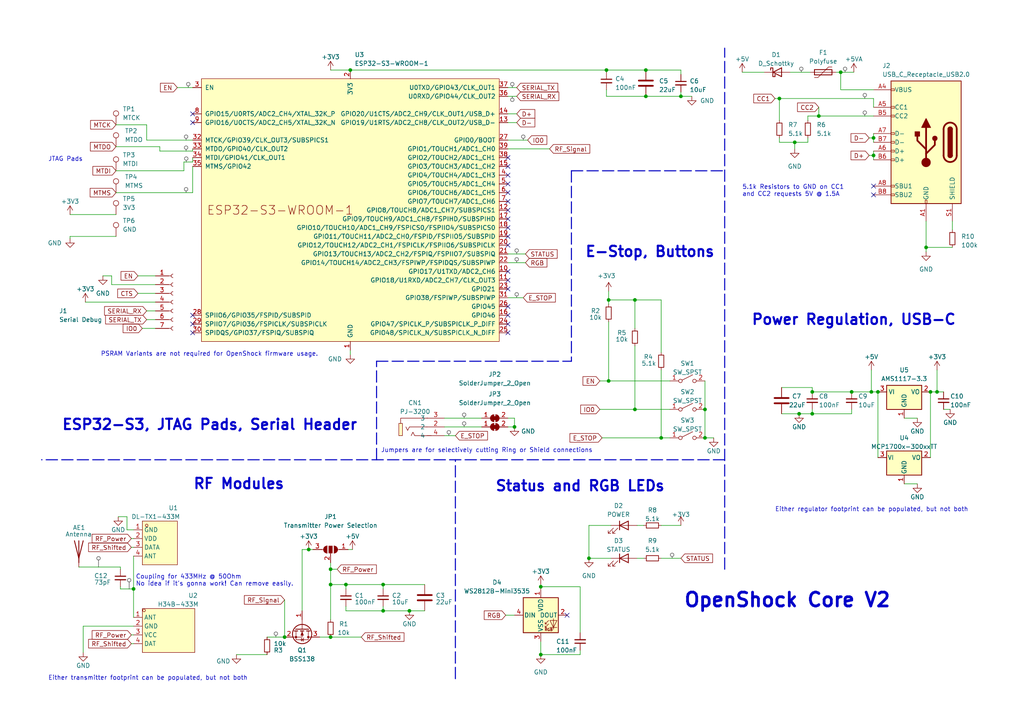
<source format=kicad_sch>
(kicad_sch (version 20230121) (generator eeschema)
  (paper "A4")
  (lib_symbols
    (symbol "Connector:Conn_01x07_Socket" (pin_names (offset 1.016) hide)
      (property "Reference" "J" (at 0 10.16 0))
      (property "Value" "Conn_01x07_Socket" (at 0 -10.16 0))
      (symbol "Conn_01x07_Socket_1_1"
        (pin passive line (at -5.08 7.62 0) (length 3.81) (name "Pin_1") (number "1"))
        (pin passive line (at -5.08 5.08 0) (length 3.81) (name "Pin_2") (number "2"))
        (pin passive line (at -5.08 2.54 0) (length 3.81) (name "Pin_3") (number "3"))
        (pin passive line (at -5.08 0 0) (length 3.81) (name "Pin_4") (number "4"))
        (pin passive line (at -5.08 -2.54 0) (length 3.81) (name "Pin_5") (number "5"))
        (pin passive line (at -5.08 -5.08 0) (length 3.81) (name "Pin_6") (number "6"))
        (pin passive line (at -5.08 -7.62 0) (length 3.81) (name "Pin_7") (number "7"))
      )
    )
    (symbol "Connector:TestPoint" (pin_numbers hide) (pin_names (offset 0.762) hide)
      (property "Reference" "TP" (at 0 6.858 0))
      (property "Value" "TestPoint" (at 0 5.08 0))
      (symbol "TestPoint_1_1"
        (pin passive line (at 0 0 90) (length 2.54) (name "1") (number "1"))
      )
    )
    (symbol "Connector:USB_C_Receptacle_USB2.0" (pin_names (offset 1.016))
      (property "Reference" "J" (at -10.16 19.05 0))
      (property "Value" "USB_C_Receptacle_USB2.0" (at 19.05 19.05 0))
      (symbol "USB_C_Receptacle_USB2.0_1_1"
        (pin passive line (at 0 -22.86 90) (length 5.08) (name "GND") (number "A1"))
        (pin passive line (at 0 -22.86 90) (length 5.08) hide (name "GND") (number "A12"))
        (pin passive line (at 15.24 15.24 180) (length 5.08) (name "VBUS") (number "A4"))
        (pin bidirectional line (at 15.24 10.16 180) (length 5.08) (name "CC1") (number "A5"))
        (pin bidirectional line (at 15.24 -2.54 180) (length 5.08) (name "D+") (number "A6"))
        (pin bidirectional line (at 15.24 2.54 180) (length 5.08) (name "D-") (number "A7"))
        (pin bidirectional line (at 15.24 -12.7 180) (length 5.08) (name "SBU1") (number "A8"))
        (pin passive line (at 15.24 15.24 180) (length 5.08) hide (name "VBUS") (number "A9"))
        (pin passive line (at 0 -22.86 90) (length 5.08) hide (name "GND") (number "B1"))
        (pin passive line (at 0 -22.86 90) (length 5.08) hide (name "GND") (number "B12"))
        (pin passive line (at 15.24 15.24 180) (length 5.08) hide (name "VBUS") (number "B4"))
        (pin bidirectional line (at 15.24 7.62 180) (length 5.08) (name "CC2") (number "B5"))
        (pin bidirectional line (at 15.24 -5.08 180) (length 5.08) (name "D+") (number "B6"))
        (pin bidirectional line (at 15.24 0 180) (length 5.08) (name "D-") (number "B7"))
        (pin bidirectional line (at 15.24 -15.24 180) (length 5.08) (name "SBU2") (number "B8"))
        (pin passive line (at 15.24 15.24 180) (length 5.08) hide (name "VBUS") (number "B9"))
        (pin passive line (at -7.62 -22.86 90) (length 5.08) (name "SHIELD") (number "S1"))
      )
    )
    (symbol "Device:Antenna" (pin_numbers hide) (pin_names (offset 1.016) hide)
      (property "Reference" "AE" (at -1.905 1.905 0))
      (property "Value" "Antenna" (at -1.905 0 0))
      (symbol "Antenna_1_1"
        (pin input line (at 0 -5.08 90) (length 2.54) (name "A") (number "1"))
      )
    )
    (symbol "Device:C" (pin_numbers hide) (pin_names (offset 0.254))
      (property "Reference" "C" (at 0.635 2.54 0))
      (property "Value" "C" (at 0.635 -2.54 0))
      (symbol "C_1_1"
        (pin passive line (at 0 3.81 270) (length 2.794) (name "~") (number "1"))
        (pin passive line (at 0 -3.81 90) (length 2.794) (name "~") (number "2"))
      )
    )
    (symbol "Device:C_Small" (pin_numbers hide) (pin_names (offset 0.254) hide)
      (property "Reference" "C" (at 0.254 1.778 0))
      (property "Value" "C_Small" (at 0.254 -2.032 0))
      (symbol "C_Small_1_1"
        (pin passive line (at 0 2.54 270) (length 2.032) (name "~") (number "1"))
        (pin passive line (at 0 -2.54 90) (length 2.032) (name "~") (number "2"))
      )
    )
    (symbol "Device:D_Schottky" (pin_numbers hide) (pin_names (offset 1.016) hide)
      (property "Reference" "D" (at 0 2.54 0))
      (property "Value" "D_Schottky" (at 0 -2.54 0))
      (symbol "D_Schottky_1_1"
        (pin passive line (at -3.81 0 0) (length 2.54) (name "K") (number "1"))
        (pin passive line (at 3.81 0 180) (length 2.54) (name "A") (number "2"))
      )
    )
    (symbol "Device:LED" (pin_numbers hide) (pin_names (offset 1.016) hide)
      (property "Reference" "D" (at 0 2.54 0))
      (property "Value" "LED" (at 0 -2.54 0))
      (symbol "LED_1_1"
        (pin passive line (at -3.81 0 0) (length 2.54) (name "K") (number "1"))
        (pin passive line (at 3.81 0 180) (length 2.54) (name "A") (number "2"))
      )
    )
    (symbol "Device:Polyfuse" (pin_numbers hide) (pin_names (offset 0))
      (property "Reference" "F" (at -2.54 0 90))
      (property "Value" "Polyfuse" (at 2.54 0 90))
      (symbol "Polyfuse_1_1"
        (pin passive line (at 0 3.81 270) (length 1.27) (name "~") (number "1"))
        (pin passive line (at 0 -3.81 90) (length 1.27) (name "~") (number "2"))
      )
    )
    (symbol "Device:R_Small" (pin_numbers hide) (pin_names (offset 0.254) hide)
      (property "Reference" "R" (at 0.762 0.508 0))
      (property "Value" "R_Small" (at 0.762 -1.016 0))
      (symbol "R_Small_1_1"
        (pin passive line (at 0 2.54 270) (length 0.762) (name "~") (number "1"))
        (pin passive line (at 0 -2.54 90) (length 0.762) (name "~") (number "2"))
      )
    )
    (symbol "Jumper:SolderJumper_2_Bridged" (pin_names (offset 0) hide)
      (property "Reference" "JP" (at 0 2.032 0))
      (property "Value" "SolderJumper_2_Bridged" (at 0 -2.54 0))
      (symbol "SolderJumper_2_Bridged_1_1"
        (pin passive line (at -3.81 0 0) (length 2.54) (name "A") (number "1"))
        (pin passive line (at 3.81 0 180) (length 2.54) (name "B") (number "2"))
      )
    )
    (symbol "Jumper:SolderJumper_3_Open" (pin_names (offset 0) hide)
      (property "Reference" "JP" (at -2.54 -2.54 0))
      (property "Value" "SolderJumper_3_Open" (at 0 2.794 0))
      (symbol "SolderJumper_3_Open_1_1"
        (pin passive line (at -5.08 0 0) (length 2.54) (name "A") (number "1"))
        (pin passive line (at 0 -3.81 90) (length 2.54) (name "C") (number "2"))
        (pin passive line (at 5.08 0 180) (length 2.54) (name "B") (number "3"))
      )
    )
    (symbol "LED:WS2812B" (pin_names (offset 0.254))
      (property "Reference" "D" (at 5.08 5.715 0))
      (property "Value" "WS2812B" (at 1.27 -5.715 0))
      (symbol "WS2812B_0_0"
        (text "RGB" (at 2.286 -4.191 0) (effects (font (size 0.762 0.762))))
      )
      (symbol "WS2812B_1_1"
        (pin power_in line (at 0 7.62 270) (length 2.54) (name "VDD") (number "1"))
        (pin output line (at 7.62 0 180) (length 2.54) (name "DOUT") (number "2"))
        (pin power_in line (at 0 -7.62 90) (length 2.54) (name "VSS") (number "3"))
        (pin input line (at -7.62 0 0) (length 2.54) (name "DIN") (number "4"))
      )
    )
    (symbol "PCM_Espressif:ESP32-S3-WROOM-1" (pin_names (offset 1.016))
      (property "Reference" "U" (at -43.18 43.18 0))
      (property "Value" "ESP32-S3-WROOM-1" (at -43.18 40.64 0))
      (symbol "ESP32-S3-WROOM-1_0_0"
        (text "ESP32-S3-WROOM-1" (at -20.32 0 0) (effects (font (size 2.54 2.54))))
        (pin power_in line (at 0 -40.64 90) (length 2.54) (name "GND") (number "1"))
        (pin bidirectional line (at 45.72 -17.78 180) (length 2.54) (name "GPIO17/U1TXD/ADC2_CH6") (number "10"))
        (pin bidirectional line (at 45.72 -20.32 180) (length 2.54) (name "GPIO18/U1RXD/ADC2_CH7/CLK_OUT3") (number "11"))
        (pin bidirectional line (at 45.72 0 180) (length 2.54) (name "GPIO8/TOUCH8/ADC1_CH7/SUBSPICS1") (number "12"))
        (pin bidirectional line (at 45.72 25.4 180) (length 2.54) (name "GPIO19/U1RTS/ADC2_CH8/CLK_OUT2/USB_D-") (number "13"))
        (pin bidirectional line (at 45.72 27.94 180) (length 2.54) (name "GPIO20/U1CTS/ADC2_CH9/CLK_OUT1/USB_D+") (number "14"))
        (pin bidirectional line (at 45.72 12.7 180) (length 2.54) (name "GPIO3/TOUCH3/ADC1_CH2") (number "15"))
        (pin bidirectional line (at 45.72 -30.48 180) (length 2.54) (name "GPIO46") (number "16"))
        (pin bidirectional line (at 45.72 -2.54 180) (length 2.54) (name "GPIO9/TOUCH9/ADC1_CH8/FSPIHD/SUBSPIHD") (number "17"))
        (pin bidirectional line (at 45.72 -5.08 180) (length 2.54) (name "GPIO10/TOUCH10/ADC1_CH9/FSPICS0/FSPIIO4/SUBSPICS0") (number "18"))
        (pin bidirectional line (at 45.72 -7.62 180) (length 2.54) (name "GPIO11/TOUCH11/ADC2_CH0/FSPID/FSPIIO5/SUBSPID") (number "19"))
        (pin power_in line (at 0 40.64 270) (length 2.54) (name "3V3") (number "2"))
        (pin bidirectional line (at 45.72 -10.16 180) (length 2.54) (name "GPIO12/TOUCH12/ADC2_CH1/FSPICLK/FSPIIO6/SUBSPICLK") (number "20"))
        (pin bidirectional line (at 45.72 -12.7 180) (length 2.54) (name "GPIO13/TOUCH13/ADC2_CH2/FSPIQ/FSPIIO7/SUBSPIQ") (number "21"))
        (pin bidirectional line (at 45.72 -15.24 180) (length 2.54) (name "GPIO14/TOUCH14/ADC2_CH3/FSPIWP/FSPIDQS/SUBSPIWP") (number "22"))
        (pin bidirectional line (at 45.72 -22.86 180) (length 2.54) (name "GPIO21") (number "23"))
        (pin bidirectional line (at 45.72 -33.02 180) (length 2.54) (name "GPIO47/SPICLK_P/SUBSPICLK_P_DIFF") (number "24"))
        (pin bidirectional line (at 45.72 -35.56 180) (length 2.54) (name "GPIO48/SPICLK_N/SUBSPICLK_N_DIFF") (number "25"))
        (pin bidirectional line (at 45.72 -27.94 180) (length 2.54) (name "GPIO45") (number "26"))
        (pin bidirectional line (at 45.72 20.32 180) (length 2.54) (name "GPIO0/BOOT") (number "27"))
        (pin bidirectional line (at -45.72 -30.48 0) (length 2.54) (name "SPIIO6/GPIO35/FSPID/SUBSPID") (number "28"))
        (pin bidirectional line (at -45.72 -33.02 0) (length 2.54) (name "SPIIO7/GPIO36/FSPICLK/SUBSPICLK") (number "29"))
        (pin input line (at -45.72 35.56 0) (length 2.54) (name "EN") (number "3"))
        (pin bidirectional line (at -45.72 -35.56 0) (length 2.54) (name "SPIDQS/GPIO37/FSPIQ/SUBSPIQ") (number "30"))
        (pin bidirectional line (at 45.72 -25.4 180) (length 2.54) (name "GPIO38/FSPIWP/SUBSPIWP") (number "31"))
        (pin bidirectional line (at -45.72 20.32 0) (length 2.54) (name "MTCK/GPIO39/CLK_OUT3/SUBSPICS1") (number "32"))
        (pin bidirectional line (at -45.72 17.78 0) (length 2.54) (name "MTDO/GPIO40/CLK_OUT2") (number "33"))
        (pin bidirectional line (at -45.72 15.24 0) (length 2.54) (name "MTDI/GPIO41/CLK_OUT1") (number "34"))
        (pin bidirectional line (at -45.72 12.7 0) (length 2.54) (name "MTMS/GPIO42") (number "35"))
        (pin bidirectional line (at 45.72 33.02 180) (length 2.54) (name "U0RXD/GPIO44/CLK_OUT2") (number "36"))
        (pin bidirectional line (at 45.72 35.56 180) (length 2.54) (name "U0TXD/GPIO43/CLK_OUT1") (number "37"))
        (pin bidirectional line (at 45.72 15.24 180) (length 2.54) (name "GPIO2/TOUCH2/ADC1_CH1") (number "38"))
        (pin bidirectional line (at 45.72 17.78 180) (length 2.54) (name "GPIO1/TOUCH1/ADC1_CH0") (number "39"))
        (pin bidirectional line (at 45.72 10.16 180) (length 2.54) (name "GPIO4/TOUCH4/ADC1_CH3") (number "4"))
        (pin passive line (at 0 -40.64 90) (length 2.54) hide (name "GND") (number "40"))
        (pin passive line (at 0 -40.64 90) (length 2.54) hide (name "GND") (number "41"))
        (pin bidirectional line (at 45.72 7.62 180) (length 2.54) (name "GPIO5/TOUCH5/ADC1_CH4") (number "5"))
        (pin bidirectional line (at 45.72 5.08 180) (length 2.54) (name "GPIO6/TOUCH6/ADC1_CH5") (number "6"))
        (pin bidirectional line (at 45.72 2.54 180) (length 2.54) (name "GPIO7/TOUCH7/ADC1_CH6") (number "7"))
        (pin bidirectional line (at -45.72 27.94 0) (length 2.54) (name "GPIO15/U0RTS/ADC2_CH4/XTAL_32K_P") (number "8"))
        (pin bidirectional line (at -45.72 25.4 0) (length 2.54) (name "GPIO16/U0CTS/ADC2_CH5/XTAL_32K_N") (number "9"))
      )
    )
    (symbol "Regulator_Linear:AMS1117-3.3"
      (property "Reference" "U" (at -3.81 3.175 0))
      (property "Value" "AMS1117-3.3" (at 0 3.175 0))
      (symbol "AMS1117-3.3_1_1"
        (pin power_in line (at 0 -7.62 90) (length 2.54) (name "GND") (number "1"))
        (pin power_out line (at 7.62 0 180) (length 2.54) (name "VO") (number "2"))
        (pin power_in line (at -7.62 0 0) (length 2.54) (name "VI") (number "3"))
      )
    )
    (symbol "Regulator_Linear:MCP1700x-300xxTT" (pin_names (offset 0.254))
      (property "Reference" "U" (at -3.81 3.175 0))
      (property "Value" "MCP1700x-300xxTT" (at 0 3.175 0))
      (symbol "MCP1700x-300xxTT_1_1"
        (pin power_in line (at 0 -7.62 90) (length 2.54) (name "GND") (number "1"))
        (pin power_out line (at 7.62 0 180) (length 2.54) (name "VO") (number "2"))
        (pin power_in line (at -7.62 0 0) (length 2.54) (name "VI") (number "3"))
      )
    )
    (symbol "Switch:SW_SPST" (pin_names (offset 0) hide)
      (property "Reference" "SW" (at 0 3.175 0))
      (property "Value" "SW_SPST" (at 0 -2.54 0))
      (symbol "SW_SPST_1_1"
        (pin passive line (at -5.08 0 0) (length 2.54) (name "A") (number "1"))
        (pin passive line (at 5.08 0 180) (length 2.54) (name "B") (number "2"))
      )
    )
    (symbol "Transistor_FET:BSS138" (pin_names hide)
      (property "Reference" "Q" (at 5.08 1.905 0))
      (property "Value" "BSS138" (at 5.08 0 0))
      (symbol "BSS138_1_1"
        (pin input line (at -5.08 0 0) (length 2.54) (name "G") (number "1"))
        (pin passive line (at 2.54 -5.08 90) (length 2.54) (name "S") (number "2"))
        (pin passive line (at 2.54 5.08 270) (length 2.54) (name "D") (number "3"))
      )
    )
    (symbol "easyeda2kicad:DL-TX1-433M"
      (property "Reference" "U" (at 0 7.62 0))
      (property "Value" "DL-TX1-433M" (at 0 -10.16 0))
      (symbol "DL-TX1-433M_0_1"
        (pin unspecified line (at -7.62 2.54 0) (length 2.54) (name "GND") (number "1"))
        (pin unspecified line (at -7.62 0 0) (length 2.54) (name "VDD") (number "2"))
        (pin unspecified line (at -7.62 -2.54 0) (length 2.54) (name "DATA") (number "3"))
        (pin unspecified line (at -7.62 -5.08 0) (length 2.54) (name "ANT") (number "4"))
      )
    )
    (symbol "easyeda2kicad:H34B-433M"
      (property "Reference" "U" (at 0 8.89 0))
      (property "Value" "H34B-433M" (at 0 -8.89 0))
      (symbol "H34B-433M_0_1"
        (pin unspecified line (at -8.89 3.81 0) (length 2.54) (name "ANT") (number "1"))
        (pin unspecified line (at -8.89 1.27 0) (length 2.54) (name "GND") (number "2"))
        (pin unspecified line (at -8.89 -1.27 0) (length 2.54) (name "VCC") (number "3"))
        (pin unspecified line (at -8.89 -3.81 0) (length 2.54) (name "DAT") (number "4"))
      )
    )
    (symbol "easyeda2kicad:PJ-3200"
      (property "Reference" "CN" (at 0 7.62 0))
      (property "Value" "PJ-3200" (at 0 -7.62 0))
      (symbol "PJ-3200_0_1"
        (pin unspecified line (at 7.62 0 180) (length 5.08) (name "2") (number "2"))
        (pin unspecified line (at 7.62 2.54 180) (length 5.08) (name "3") (number "3"))
        (pin unspecified line (at 7.62 -2.54 180) (length 5.08) (name "4") (number "4"))
      )
    )
    (symbol "power:+3V3" (power) (pin_names (offset 0))
      (property "Value" "+3V3" (at 0 3.556 0))
      (symbol "+3V3_1_1"
        (pin power_in line (at 0 0 90) (length 0) hide (name "+3V3") (number "1"))
      )
    )
    (symbol "power:+5V" (power) (pin_names (offset 0))
      (property "Value" "+5V" (at 0 3.556 0))
      (symbol "+5V_1_1"
        (pin power_in line (at 0 0 90) (length 0) hide (name "+5V") (number "1"))
      )
    )
    (symbol "power:+5VA" (power) (pin_names (offset 0))
      (property "Value" "+5VA" (at 0 3.556 0))
      (symbol "+5VA_1_1"
        (pin power_in line (at 0 0 90) (length 0) hide (name "+5VA") (number "1"))
      )
    )
    (symbol "power:GND" (power) (pin_names (offset 0))
      (property "Value" "GND" (at 0 -3.81 0))
      (symbol "GND_1_1"
        (pin power_in line (at 0 0 270) (length 0) hide (name "GND") (number "1"))
      )
    )
  )
  (junction (at 247.015 113.665))
  (junction (at 149.225 123.825))
  (junction (at 187.325 20.32))
  (junction (at 187.325 27.94))
  (junction (at 254.635 113.665))
  (junction (at 226.06 28.575))
  (junction (at 230.505 41.275))
  (junction (at 231.775 120.015))
  (junction (at 101.6 20.32))
  (junction (at 271.78 113.665))
  (junction (at 100.33 169.545))
  (junction (at 252.73 113.665))
  (junction (at 253.365 40.005))
  (junction (at 197.485 27.94))
  (junction (at 95.885 165.1))
  (junction (at 156.845 189.865))
  (junction (at 111.125 177.165))
  (junction (at 111.125 169.545))
  (junction (at 268.605 71.755))
  (junction (at 191.77 127))
  (junction (at 204.47 127))
  (junction (at 184.15 86.995))
  (junction (at 95.885 184.785))
  (junction (at 243.84 20.955))
  (junction (at 170.815 161.925))
  (junction (at 118.745 177.165))
  (junction (at 156.845 170.18))
  (junction (at 176.53 110.49))
  (junction (at 38.735 170.815))
  (junction (at 237.49 33.655))
  (junction (at 175.895 20.32))
  (junction (at 89.535 159.385))
  (junction (at 82.55 184.785))
  (junction (at 235.585 120.015))
  (junction (at 95.885 169.545))
  (junction (at 184.15 118.745))
  (junction (at 176.53 86.995))
  (junction (at 235.585 113.665))
  (junction (at 253.365 45.085))
  (junction (at 269.875 113.665))
  (junction (at 204.47 118.745))
  (no_connect (at 147.32 78.74))
  (no_connect (at 147.32 68.58))
  (no_connect (at 147.32 91.44))
  (no_connect (at 164.465 178.435))
  (no_connect (at 147.32 88.9))
  (no_connect (at 55.88 35.56))
  (no_connect (at 55.88 96.52))
  (no_connect (at 55.88 33.02))
  (no_connect (at 147.32 58.42))
  (no_connect (at 253.365 53.975))
  (no_connect (at 147.32 48.26))
  (no_connect (at 147.32 60.96))
  (no_connect (at 147.32 93.98))
  (no_connect (at 147.32 53.34))
  (no_connect (at 147.32 71.12))
  (no_connect (at 147.32 63.5))
  (no_connect (at 147.32 50.8))
  (no_connect (at 55.88 91.44))
  (no_connect (at 147.32 81.28))
  (no_connect (at 55.88 93.98))
  (no_connect (at 253.365 56.515))
  (no_connect (at 147.32 96.52))
  (no_connect (at 147.32 66.04))
  (no_connect (at 147.32 83.82))
  (no_connect (at 147.32 55.88))
  (no_connect (at 147.32 45.72))
  (wire (pts (xy 20.32 68.58) (xy 33.655 68.58)))
  (wire (pts (xy 173.99 118.745) (xy 184.15 118.745)))
  (wire (pts (xy 111.125 177.165) (xy 111.125 175.895)))
  (wire (pts (xy 95.885 169.545) (xy 100.33 169.545)))
  (wire (pts (xy 34.925 165.1) (xy 34.925 164.465)))
  (wire (pts (xy 149.86 33.02) (xy 147.32 33.02)))
  (wire (pts (xy 253.365 40.005) (xy 253.365 41.275)))
  (wire (pts (xy 269.875 113.665) (xy 269.875 132.715)))
  (wire (pts (xy 156.845 170.18) (xy 168.275 170.18)))
  (wire (pts (xy 100.33 169.545) (xy 111.125 169.545)))
  (wire (pts (xy 100.33 169.545) (xy 100.33 170.815)))
  (wire (pts (xy 271.78 113.665) (xy 269.875 113.665)))
  (wire (pts (xy 77.47 184.785) (xy 82.55 184.785)))
  (wire (pts (xy 89.535 159.385) (xy 90.805 159.385)))
  (wire (pts (xy 100.965 159.385) (xy 102.235 159.385)))
  (wire (pts (xy 175.895 27.94) (xy 187.325 27.94)))
  (wire (pts (xy 230.505 41.275) (xy 234.315 41.275)))
  (wire (pts (xy 230.505 41.275) (xy 226.06 41.275)))
  (wire (pts (xy 95.885 165.1) (xy 95.885 169.545)))
  (wire (pts (xy 271.78 113.665) (xy 273.685 113.665)))
  (wire (pts (xy 253.365 43.815) (xy 253.365 45.085)))
  (wire (pts (xy 42.545 40.64) (xy 42.545 36.195)))
  (wire (pts (xy 123.19 169.545) (xy 111.125 169.545)))
  (wire (pts (xy 41.275 95.25) (xy 45.085 95.25)))
  (wire (pts (xy 235.585 113.665) (xy 247.015 113.665)))
  (wire (pts (xy 176.53 84.455) (xy 176.53 86.995)))
  (wire (pts (xy 38.1 186.69) (xy 38.735 186.69)))
  (wire (pts (xy 101.6 20.32) (xy 175.895 20.32)))
  (wire (pts (xy 234.315 41.275) (xy 234.315 40.005)))
  (wire (pts (xy 230.505 43.18) (xy 230.505 41.275)))
  (wire (pts (xy 40.005 85.09) (xy 45.085 85.09)))
  (wire (pts (xy 111.125 169.545) (xy 111.125 170.815)))
  (wire (pts (xy 176.53 93.345) (xy 176.53 110.49)))
  (wire (pts (xy 156.845 186.055) (xy 156.845 189.865)))
  (wire (pts (xy 68.58 189.865) (xy 77.47 189.865)))
  (wire (pts (xy 33.655 42.545) (xy 46.355 42.545)))
  (wire (pts (xy 243.84 26.035) (xy 253.365 26.035)))
  (wire (pts (xy 147.32 123.825) (xy 149.225 123.825)))
  (wire (pts (xy 197.485 26.67) (xy 197.485 27.94)))
  (wire (pts (xy 29.845 80.01) (xy 32.385 80.01)))
  (polyline (pts (xy 210.185 133.35) (xy 12.065 133.35)) (stroke (width 0.3) (type dash)))
  (wire (pts (xy 226.06 28.575) (xy 253.365 28.575)))
  (wire (pts (xy 237.49 31.115) (xy 237.49 33.655)))
  (wire (pts (xy 173.99 110.49) (xy 176.53 110.49)))
  (wire (pts (xy 33.655 36.195) (xy 42.545 36.195)))
  (wire (pts (xy 147.32 86.36) (xy 151.765 86.36)))
  (wire (pts (xy 191.77 107.315) (xy 191.77 127)))
  (wire (pts (xy 197.485 20.32) (xy 187.325 20.32)))
  (wire (pts (xy 168.275 189.865) (xy 168.275 188.595)))
  (wire (pts (xy 184.15 86.995) (xy 191.77 86.995)))
  (wire (pts (xy 191.77 86.995) (xy 191.77 102.235)))
  (wire (pts (xy 38.735 170.815) (xy 38.735 179.07)))
  (wire (pts (xy 147.32 76.2) (xy 152.4 76.2)))
  (wire (pts (xy 252.095 40.005) (xy 253.365 40.005)))
  (wire (pts (xy 38.1 156.21) (xy 38.735 156.21)))
  (wire (pts (xy 128.905 121.285) (xy 139.7 121.285)))
  (wire (pts (xy 170.815 161.925) (xy 177.165 161.925)))
  (wire (pts (xy 24.13 181.61) (xy 38.735 181.61)))
  (wire (pts (xy 187.325 20.32) (xy 175.895 20.32)))
  (wire (pts (xy 149.86 35.56) (xy 147.32 35.56)))
  (wire (pts (xy 95.885 169.545) (xy 95.885 179.705)))
  (wire (pts (xy 132.08 126.365) (xy 128.905 126.365)))
  (wire (pts (xy 104.775 184.785) (xy 95.885 184.785)))
  (wire (pts (xy 34.925 170.815) (xy 34.925 170.18)))
  (wire (pts (xy 262.255 140.335) (xy 266.065 140.335)))
  (wire (pts (xy 42.545 92.71) (xy 45.085 92.71)))
  (wire (pts (xy 187.325 27.94) (xy 197.485 27.94)))
  (wire (pts (xy 46.355 42.545) (xy 46.355 43.815)))
  (wire (pts (xy 268.605 71.755) (xy 268.605 73.025)))
  (wire (pts (xy 95.885 20.32) (xy 101.6 20.32)))
  (wire (pts (xy 204.47 127) (xy 207.01 127)))
  (wire (pts (xy 174.625 127) (xy 191.77 127)))
  (wire (pts (xy 147.32 40.64) (xy 153.035 40.64)))
  (wire (pts (xy 100.33 177.165) (xy 100.33 175.895)))
  (wire (pts (xy 197.485 21.59) (xy 197.485 20.32)))
  (wire (pts (xy 175.895 20.32) (xy 175.895 20.955)))
  (wire (pts (xy 235.585 112.395) (xy 235.585 113.665)))
  (wire (pts (xy 252.095 45.085) (xy 253.365 45.085)))
  (wire (pts (xy 149.225 123.825) (xy 149.225 121.285)))
  (wire (pts (xy 42.545 40.64) (xy 55.88 40.64)))
  (wire (pts (xy 204.47 118.745) (xy 204.47 127)))
  (wire (pts (xy 229.235 20.955) (xy 234.95 20.955)))
  (wire (pts (xy 275.59 118.745) (xy 273.685 118.745)))
  (wire (pts (xy 231.775 120.015) (xy 235.585 120.015)))
  (wire (pts (xy 95.885 184.785) (xy 92.71 184.785)))
  (wire (pts (xy 268.605 64.135) (xy 268.605 71.755)))
  (wire (pts (xy 24.13 189.23) (xy 24.13 181.61)))
  (wire (pts (xy 197.485 27.94) (xy 200.66 27.94)))
  (polyline (pts (xy 109.22 104.775) (xy 165.735 104.775)) (stroke (width 0.3) (type dash)))
  (wire (pts (xy 176.53 110.49) (xy 194.31 110.49)))
  (polyline (pts (xy 165.735 49.53) (xy 165.735 104.775)) (stroke (width 0.3) (type dash)))
  (wire (pts (xy 36.83 153.67) (xy 36.83 149.86)))
  (wire (pts (xy 243.84 20.955) (xy 243.84 26.035)))
  (wire (pts (xy 147.32 73.66) (xy 152.4 73.66)))
  (wire (pts (xy 276.225 64.135) (xy 276.225 66.675)))
  (wire (pts (xy 247.015 120.015) (xy 247.015 118.745)))
  (wire (pts (xy 24.765 87.63) (xy 45.085 87.63)))
  (wire (pts (xy 204.47 110.49) (xy 204.47 118.745)))
  (wire (pts (xy 33.655 49.53) (xy 53.34 49.53)))
  (wire (pts (xy 55.88 48.26) (xy 55.88 55.88)))
  (wire (pts (xy 156.845 170.18) (xy 156.845 170.815)))
  (wire (pts (xy 38.735 161.29) (xy 38.735 170.815)))
  (wire (pts (xy 234.315 33.655) (xy 234.315 34.925)))
  (wire (pts (xy 32.385 82.55) (xy 45.085 82.55)))
  (wire (pts (xy 55.88 46.99) (xy 53.34 46.99)))
  (wire (pts (xy 20.32 68.58) (xy 20.32 69.215)))
  (wire (pts (xy 95.885 163.195) (xy 95.885 165.1)))
  (wire (pts (xy 111.125 177.165) (xy 118.745 177.165)))
  (wire (pts (xy 147.32 25.4) (xy 149.86 25.4)))
  (wire (pts (xy 242.57 20.955) (xy 243.84 20.955)))
  (wire (pts (xy 87.63 159.385) (xy 89.535 159.385)))
  (wire (pts (xy 226.06 28.575) (xy 226.06 34.925)))
  (wire (pts (xy 184.15 118.745) (xy 194.31 118.745)))
  (wire (pts (xy 82.55 173.99) (xy 82.55 184.785)))
  (wire (pts (xy 170.815 152.4) (xy 177.165 152.4)))
  (wire (pts (xy 97.79 165.1) (xy 95.885 165.1)))
  (wire (pts (xy 36.83 153.67) (xy 38.735 153.67)))
  (wire (pts (xy 252.73 107.315) (xy 252.73 113.665)))
  (wire (pts (xy 55.88 55.88) (xy 33.655 55.88)))
  (wire (pts (xy 276.225 71.755) (xy 268.605 71.755)))
  (polyline (pts (xy 165.735 49.53) (xy 210.185 49.53)) (stroke (width 0.3) (type dash)))
  (wire (pts (xy 191.77 152.4) (xy 197.485 152.4)))
  (wire (pts (xy 253.365 45.085) (xy 253.365 46.355)))
  (wire (pts (xy 184.785 152.4) (xy 186.69 152.4)))
  (wire (pts (xy 42.545 90.17) (xy 45.085 90.17)))
  (wire (pts (xy 262.255 121.285) (xy 266.065 121.285)))
  (wire (pts (xy 55.88 45.72) (xy 55.88 46.99)))
  (wire (pts (xy 40.005 80.01) (xy 45.085 80.01)))
  (wire (pts (xy 243.84 20.955) (xy 247.65 20.955)))
  (wire (pts (xy 184.15 86.995) (xy 184.15 95.25)))
  (wire (pts (xy 101.6 101.6) (xy 101.6 102.87)))
  (wire (pts (xy 38.1 184.15) (xy 38.735 184.15)))
  (wire (pts (xy 38.1 158.75) (xy 38.735 158.75)))
  (wire (pts (xy 235.585 120.015) (xy 247.015 120.015)))
  (wire (pts (xy 175.895 26.035) (xy 175.895 27.94)))
  (wire (pts (xy 147.32 121.285) (xy 149.225 121.285)))
  (wire (pts (xy 252.73 113.665) (xy 254.635 113.665)))
  (wire (pts (xy 226.695 112.395) (xy 235.585 112.395)))
  (wire (pts (xy 184.15 100.33) (xy 184.15 118.745)))
  (polyline (pts (xy 132.08 196.85) (xy 132.08 133.35)) (stroke (width 0.3) (type dash)))
  (wire (pts (xy 123.19 177.165) (xy 118.745 177.165)))
  (wire (pts (xy 33.655 62.23) (xy 20.32 62.23)))
  (wire (pts (xy 170.815 152.4) (xy 170.815 161.925)))
  (wire (pts (xy 254.635 113.665) (xy 254.635 132.715)))
  (wire (pts (xy 235.585 120.015) (xy 235.585 118.745)))
  (wire (pts (xy 237.49 33.655) (xy 253.365 33.655)))
  (wire (pts (xy 146.685 178.435) (xy 149.225 178.435)))
  (wire (pts (xy 253.365 28.575) (xy 253.365 31.115)))
  (wire (pts (xy 224.79 28.575) (xy 226.06 28.575)))
  (wire (pts (xy 53.34 46.99) (xy 53.34 49.53)))
  (wire (pts (xy 55.88 43.815) (xy 55.88 43.18)))
  (wire (pts (xy 34.925 164.465) (xy 22.86 164.465)))
  (wire (pts (xy 176.53 88.265) (xy 176.53 86.995)))
  (wire (pts (xy 234.315 33.655) (xy 237.49 33.655)))
  (wire (pts (xy 271.78 107.315) (xy 271.78 113.665)))
  (wire (pts (xy 147.32 43.18) (xy 159.385 43.18)))
  (wire (pts (xy 149.86 27.94) (xy 147.32 27.94)))
  (wire (pts (xy 156.845 189.865) (xy 168.275 189.865)))
  (wire (pts (xy 215.265 20.955) (xy 221.615 20.955)))
  (wire (pts (xy 168.275 170.18) (xy 168.275 183.515)))
  (wire (pts (xy 51.435 25.4) (xy 55.88 25.4)))
  (wire (pts (xy 226.695 120.015) (xy 231.775 120.015)))
  (wire (pts (xy 184.785 161.925) (xy 186.69 161.925)))
  (wire (pts (xy 32.385 80.01) (xy 32.385 82.55)))
  (wire (pts (xy 36.83 149.86) (xy 34.29 149.86)))
  (wire (pts (xy 226.06 41.275) (xy 226.06 40.005)))
  (wire (pts (xy 46.355 43.815) (xy 55.88 43.815)))
  (wire (pts (xy 87.63 159.385) (xy 87.63 177.165)))
  (wire (pts (xy 128.905 123.825) (xy 139.7 123.825)))
  (wire (pts (xy 34.925 170.815) (xy 38.735 170.815)))
  (wire (pts (xy 100.33 177.165) (xy 111.125 177.165)))
  (wire (pts (xy 253.365 38.735) (xy 253.365 40.005)))
  (wire (pts (xy 176.53 86.995) (xy 184.15 86.995)))
  (wire (pts (xy 247.015 113.665) (xy 252.73 113.665)))
  (wire (pts (xy 191.77 127) (xy 194.31 127)))
  (polyline (pts (xy 210.185 165.1) (xy 210.185 13.97)) (stroke (width 0.3) (type dash)))
  (polyline (pts (xy 109.22 133.35) (xy 109.22 104.775)) (stroke (width 0.3) (type dash)))
  (wire (pts (xy 156.845 169.545) (xy 156.845 170.18)))
  (wire (pts (xy 197.485 161.925) (xy 191.77 161.925)))
  (text "RF Modules" (at 55.88 142.24 0) (effects (font (size 3 3) (thickness 0.6) bold) (justify left bottom)))
  (text "JTAG Pads" (at 13.97 46.99 0) (effects (font (size 1.27 1.27)) (justify left bottom)))
  (text "PSRAM Variants are not required for OpenShock firmware usage." (at 29.21 103.505 0) (effects (font (size 1.27 1.27)) (justify left bottom)))
  (text "OpenShock Core V2" (at 198.12 176.53 0) (effects (font (size 4 4) (thickness 0.8) bold) (justify left bottom)))
  (text "E-Stop, Buttons" (at 169.545 74.93 0) (effects (font (size 3 3) (thickness 0.6) bold) (justify left bottom)))
  (text "Power Regulation, USB-C" (at 217.805 94.615 0) (effects (font (size 3 3) (thickness 0.6) bold) (justify left bottom)))
  (text "5.1k Resistors to GND on CC1\nand CC2 requests 5V @ 1.5A" (at 215.265 57.15 0) (effects (font (size 1.27 1.27)) (justify left bottom)))
  (text "Coupling for 433MHz @ 50Ohm\nNo idea if it's gonna work! Can remove easily." (at 39.37 170.18 0) (effects (font (size 1.27 1.27)) (justify left bottom)))
  (text "Jumpers are for selectively cutting Ring or Shield connections" (at 110.49 131.445 0) (effects (font (size 1.27 1.27)) (justify left bottom)))
  (text "Status and RGB LEDs" (at 143.51 142.875 0) (effects (font (size 3 3) (thickness 0.6) bold) (justify left bottom)))
  (text "Either transmitter footprint can be populated, but not both" (at 13.97 197.485 0) (effects (font (size 1.27 1.27)) (justify left bottom)))
  (text "Either regulator footprint can be populated, but not both" (at 224.79 148.59 0) (effects (font (size 1.27 1.27)) (justify left bottom)))
  (text "ESP32-S3, JTAG Pads, Serial Header" (at 17.78 125.095 0) (effects (font (size 3 3) (thickness 0.6) bold) (justify left bottom)))
  (global_label "MTDO" (shape input) (at 33.655 42.545 180) (property "Intersheetrefs" "${INTERSHEET_REFS}" (effects hide)))
  (global_label "D+" (shape input) (at 252.095 45.085 180) (property "Intersheetrefs" "${INTERSHEET_REFS}" (effects hide)))
  (global_label "STATUS" (shape input) (at 197.485 161.925 0) (property "Intersheetrefs" "${INTERSHEET_REFS}" (effects hide)))
  (global_label "RGB" (shape input) (at 146.685 178.435 180) (property "Intersheetrefs" "${INTERSHEET_REFS}" (effects hide)))
  (global_label "MTDI" (shape input) (at 33.655 49.53 180) (property "Intersheetrefs" "${INTERSHEET_REFS}" (effects hide)))
  (global_label "EN" (shape input) (at 40.005 80.01 180) (property "Intersheetrefs" "${INTERSHEET_REFS}" (effects hide)))
  (global_label "CTS" (shape input) (at 40.005 85.09 180) (property "Intersheetrefs" "${INTERSHEET_REFS}" (effects hide)))
  (global_label "D+" (shape input) (at 149.86 33.02 0) (property "Intersheetrefs" "${INTERSHEET_REFS}" (effects hide)))
  (global_label "MTCK" (shape input) (at 33.655 36.195 180) (property "Intersheetrefs" "${INTERSHEET_REFS}" (effects hide)))
  (global_label "SERIAL_TX" (shape input) (at 149.86 25.4 0) (property "Intersheetrefs" "${INTERSHEET_REFS}" (effects hide)))
  (global_label "D-" (shape input) (at 149.86 35.56 0) (property "Intersheetrefs" "${INTERSHEET_REFS}" (effects hide)))
  (global_label "RF_Shifted" (shape input) (at 38.1 186.69 180) (property "Intersheetrefs" "${INTERSHEET_REFS}" (effects hide)))
  (global_label "SERIAL_RX" (shape input) (at 149.86 27.94 0) (property "Intersheetrefs" "${INTERSHEET_REFS}" (effects hide)))
  (global_label "EN" (shape input) (at 173.99 110.49 180) (property "Intersheetrefs" "${INTERSHEET_REFS}" (effects hide)))
  (global_label "STATUS" (shape input) (at 152.4 73.66 0) (property "Intersheetrefs" "${INTERSHEET_REFS}" (effects hide)))
  (global_label "EN" (shape input) (at 51.435 25.4 180) (property "Intersheetrefs" "${INTERSHEET_REFS}" (effects hide)))
  (global_label "RF_Signal" (shape input) (at 82.55 173.99 180) (property "Intersheetrefs" "${INTERSHEET_REFS}" (effects hide)))
  (global_label "CC2" (shape input) (at 237.49 31.115 180) (property "Intersheetrefs" "${INTERSHEET_REFS}" (effects hide)))
  (global_label "RF_Power" (shape input) (at 38.1 184.15 180) (property "Intersheetrefs" "${INTERSHEET_REFS}" (effects hide)))
  (global_label "E_STOP" (shape input) (at 132.08 126.365 0) (property "Intersheetrefs" "${INTERSHEET_REFS}" (effects hide)))
  (global_label "RF_Shifted" (shape input) (at 104.775 184.785 0) (property "Intersheetrefs" "${INTERSHEET_REFS}" (effects hide)))
  (global_label "IO0" (shape input) (at 153.035 40.64 0) (property "Intersheetrefs" "${INTERSHEET_REFS}" (effects hide)))
  (global_label "E_STOP" (shape input) (at 151.765 86.36 0) (property "Intersheetrefs" "${INTERSHEET_REFS}" (effects hide)))
  (global_label "RF_Signal" (shape input) (at 159.385 43.18 0) (property "Intersheetrefs" "${INTERSHEET_REFS}" (effects hide)))
  (global_label "RF_Power" (shape input) (at 38.1 156.21 180) (property "Intersheetrefs" "${INTERSHEET_REFS}" (effects hide)))
  (global_label "MTMS" (shape input) (at 33.655 55.88 180) (property "Intersheetrefs" "${INTERSHEET_REFS}" (effects hide)))
  (global_label "E_STOP" (shape input) (at 174.625 127 180) (property "Intersheetrefs" "${INTERSHEET_REFS}" (effects hide)))
  (global_label "IO0" (shape input) (at 41.275 95.25 180) (property "Intersheetrefs" "${INTERSHEET_REFS}" (effects hide)))
  (global_label "CC1" (shape input) (at 224.79 28.575 180) (property "Intersheetrefs" "${INTERSHEET_REFS}" (effects hide)))
  (global_label "RF_Power" (shape input) (at 97.79 165.1 0) (property "Intersheetrefs" "${INTERSHEET_REFS}" (effects hide)))
  (global_label "IO0" (shape input) (at 173.99 118.745 180) (property "Intersheetrefs" "${INTERSHEET_REFS}" (effects hide)))
  (global_label "SERIAL_TX" (shape input) (at 42.545 92.71 180) (property "Intersheetrefs" "${INTERSHEET_REFS}" (effects hide)))
  (global_label "SERIAL_RX" (shape input) (at 42.545 90.17 180) (property "Intersheetrefs" "${INTERSHEET_REFS}" (effects hide)))
  (global_label "D-" (shape input) (at 252.095 40.005 180) (property "Intersheetrefs" "${INTERSHEET_REFS}" (effects hide)))
  (global_label "RGB" (shape input) (at 152.4 76.2 0) (property "Intersheetrefs" "${INTERSHEET_REFS}" (effects hide)))
  (global_label "RF_Shifted" (shape input) (at 38.1 158.75 180) (property "Intersheetrefs" "${INTERSHEET_REFS}" (effects hide)))
  (netclass_flag "" (length 2.54) (shape round) (at 37.465 170.815 0) (property "Netclass" "50OHM" (effects hide)))
  (netclass_flag "" (length 1) (shape round) (at 250.825 28.575 0) (property "Netclass" "Signal" (effects hide)))
  (netclass_flag "" (length 1) (shape round) (at 245.11 20.955 0) (property "Netclass" "Power" (effects hide)))
  (netclass_flag "" (length 1) (shape round) (at 54.61 25.4 0) (property "Netclass" "Signal" (effects hide)))
  (netclass_flag "" (length 1) (shape round) (at 151.765 40.64 0) (property "Netclass" "Signal" (effects hide)))
  (netclass_flag "" (length 1) (shape round) (at 149.86 86.36 0) (property "Netclass" "Signal" (effects hide)))
  (netclass_flag "" (length 1) (shape round) (at 134.62 121.285 0) (property "Netclass" "Signal" (effects hide)))
  (netclass_flag "" (length 1) (shape round) (at 149.86 73.66 0) (property "Netclass" "Signal" (effects hide)))
  (netclass_flag "" (length 1) (shape round) (at 134.62 123.825 0) (property "Netclass" "Signal" (effects hide)))
  (netclass_flag "" (length 1) (shape round) (at 53.975 43.815 0) (property "Netclass" "Signal" (effects hide)))
  (netclass_flag "" (length 1) (shape round) (at 148.59 25.4 0) (property "Netclass" "Signal" (effects hide)))
  (netclass_flag "" (length 1) (shape round) (at 80.01 184.785 0) (property "Netclass" "Signal" (effects hide)))
  (netclass_flag "" (length 1) (shape round) (at 148.59 27.94 180) (property "Netclass" "Signal" (effects hide)))
  (netclass_flag "" (length 1) (shape round) (at 232.41 20.955 0) (property "Netclass" "Power" (effects hide)))
  (netclass_flag "" (length 1) (shape round) (at 53.975 55.88 0) (property "Netclass" "Signal" (effects hide)))
  (netclass_flag "" (length 1) (shape round) (at 54.0241 46.99 0) (property "Netclass" "Signal" (effects hide)))
  (netclass_flag "" (length 1) (shape round) (at 194.945 161.925 0) (property "Netclass" "Signal" (effects hide)))
  (netclass_flag "" (length 1) (shape round) (at 53.975 40.64 0) (property "Netclass" "Signal" (effects hide)))
  (netclass_flag "" (length 1) (shape round) (at 149.86 76.2 0) (property "Netclass" "Signal" (effects hide)))
  (netclass_flag "" (length 1) (shape round) (at 250.825 33.655 0) (property "Netclass" "Signal" (effects hide)))
  (netclass_flag "" (length 2.54) (shape round) (at 28.575 164.465 0) (property "Netclass" "50OHM" (effects hide)))
  (netclass_flag "" (length 1) (shape round) (at 130.175 126.365 0) (property "Netclass" "Signal" (effects hide)))
  (symbol (lib_id "easyeda2kicad:H34B-433M") (at 47.625 182.88 0) (unit 1)
    (property "Reference" "U2" (at 54.61 172.72 0) (effects (justify left)))
    (property "Value" "H34B-433M" (at 45.72 175.26 0) (effects (justify left)))
    (property "Footprint" "easyeda2kicad:WIRELM-TH_H34S-433M" (effects hide))
    (property "Datasheet" "https://lcsc.com/product-detail/Wireless-Modules_H34BWireless-Transmitter-Module_C89460.html" (effects hide))
    (property "LCSC Part" "C89460" (effects hide))
  )
  (symbol (lib_id "Device:C_Small") (at 168.275 186.055 180) (unit 1)
    (property "Reference" "C11" (at 161.29 186.055 0) (effects (justify right)))
    (property "Value" "100nF" (at 161.29 188.595 0) (effects (justify right)))
    (property "Footprint" "Capacitor_SMD:C_0603_1608Metric_Pad1.08x0.95mm_HandSolder" (effects hide))
  )
  (symbol (lib_id "power:GND") (at 34.29 149.86 0) (unit 1)
    (property "Reference" "#PWR02" (effects hide))
    (property "Value" "GND" (at 34.29 153.67 0))
  )
  (symbol (lib_id "Device:C_Small") (at 235.585 116.205 0) (unit 1)
    (property "Reference" "C8" (at 237.49 114.935 0) (effects (justify left)))
    (property "Value" "100nF" (at 237.49 117.475 0) (effects (justify left)))
    (property "Footprint" "Capacitor_SMD:C_0603_1608Metric_Pad1.08x0.95mm_HandSolder" (effects hide))
  )
  (symbol (lib_id "power:GND") (at 149.225 123.825 0) (unit 1)
    (property "Reference" "#PWR017" (effects hide))
    (property "Value" "GND" (at 151.13 125.095 0) (effects (justify left)))
  )
  (symbol (lib_id "Device:R_Small") (at 95.885 182.245 0) (unit 1)
    (property "Reference" "R1" (at 99.695 180.975 0))
    (property "Value" "10k" (at 99.695 183.515 0))
    (property "Footprint" "Resistor_SMD:R_0603_1608Metric_Pad0.98x0.95mm_HandSolder" (effects hide))
  )
  (symbol (lib_id "power:+3V3") (at 89.535 159.385 0) (unit 1)
    (property "Reference" "#PWR04" (effects hide))
    (property "Value" "+3V3" (at 89.535 155.575 0))
  )
  (symbol (lib_id "Device:C_Small") (at 273.685 116.205 0) (unit 1)
    (property "Reference" "C10" (at 275.59 114.935 0) (effects (justify left)))
    (property "Value" "100nF" (at 275.59 117.475 0) (effects (justify left)))
    (property "Footprint" "Capacitor_SMD:C_0603_1608Metric_Pad1.08x0.95mm_HandSolder" (effects hide))
  )
  (symbol (lib_id "power:GND") (at 170.815 161.925 0) (unit 1)
    (property "Reference" "#PWR025" (effects hide))
    (property "Value" "GND" (at 170.815 167.005 0))
  )
  (symbol (lib_id "power:GND") (at 230.505 43.18 0) (unit 1)
    (property "Reference" "#PWR024" (effects hide))
    (property "Value" "GND" (at 230.505 48.26 0))
  )
  (symbol (lib_id "power:GND") (at 20.32 69.215 0) (unit 1)
    (property "Reference" "#PWR034" (effects hide))
    (property "Value" "GND" (at 15.875 70.485 0))
  )
  (symbol (lib_id "power:GND") (at 266.065 140.335 0) (unit 1)
    (property "Reference" "#PWR037" (effects hide))
    (property "Value" "GND" (at 266.065 144.145 0))
  )
  (symbol (lib_id "Jumper:SolderJumper_3_Open") (at 95.885 159.385 0) (mirror y) (unit 1)
    (property "Reference" "JP1" (at 95.885 149.86 0))
    (property "Value" "Transmitter Power Selection" (at 95.885 152.4 0))
    (property "Footprint" "Jumper:SolderJumper-3_P1.3mm_Open_RoundedPad1.0x1.5mm" (effects hide))
  )
  (symbol (lib_id "Device:R_Small") (at 189.23 161.925 90) (unit 1)
    (property "Reference" "R9" (at 189.23 156.845 90))
    (property "Value" "5.1k" (at 189.23 159.385 90))
    (property "Footprint" "Resistor_SMD:R_0603_1608Metric_Pad0.98x0.95mm_HandSolder" (effects hide))
  )
  (symbol (lib_id "Device:D_Schottky") (at 225.425 20.955 0) (unit 1)
    (property "Reference" "D1" (at 225.1075 15.875 0))
    (property "Value" "D_Schottky" (at 225.1075 18.415 0))
    (property "Footprint" "Diode_SMD:D_SOD-123" (effects hide))
  )
  (symbol (lib_id "Device:R_Small") (at 189.23 152.4 90) (unit 1)
    (property "Reference" "R8" (at 189.23 147.955 90))
    (property "Value" "5.1k" (at 189.23 150.495 90))
    (property "Footprint" "Resistor_SMD:R_0603_1608Metric_Pad0.98x0.95mm_HandSolder" (effects hide))
  )
  (symbol (lib_id "LED:WS2812B") (at 156.845 178.435 0) (unit 1)
    (property "Reference" "D4" (at 144.145 168.91 0))
    (property "Value" "WS2812B-Mini3535" (at 144.145 171.45 0))
    (property "Footprint" "footprints:LED_WS2812B-Mini_3.5x3.5mm_P1.75mm" (effects hide))
    (property "Datasheet" "https://cdn-shop.adafruit.com/datasheets/WS2812B.pdf" (effects hide))
  )
  (symbol (lib_id "power:GND") (at 231.775 120.015 0) (unit 1)
    (property "Reference" "#PWR039" (effects hide))
    (property "Value" "GND" (at 231.775 123.825 0))
  )
  (symbol (lib_id "Device:C_Small") (at 34.925 167.64 0) (unit 1)
    (property "Reference" "C12" (at 27.305 167.005 0) (effects (justify left)))
    (property "Value" "73pF" (at 27.305 168.9037 0) (effects (justify left)))
    (property "Footprint" "Capacitor_SMD:C_0603_1608Metric_Pad1.08x0.95mm_HandSolder" (effects hide))
  )
  (symbol (lib_id "Device:R_Small") (at 77.47 187.325 0) (mirror y) (unit 1)
    (property "Reference" "R3" (at 79.375 188.595 0) (effects (justify right)))
    (property "Value" "10k" (at 79.375 186.69 0) (effects (justify right)))
    (property "Footprint" "Resistor_SMD:R_0603_1608Metric_Pad0.98x0.95mm_HandSolder" (effects hide))
  )
  (symbol (lib_id "power:GND") (at 266.065 121.285 0) (unit 1)
    (property "Reference" "#PWR026" (effects hide))
    (property "Value" "GND" (at 266.065 125.095 0))
  )
  (symbol (lib_id "Connector:TestPoint") (at 33.655 42.545 0) (unit 1)
    (property "Reference" "TP2" (at 36.195 37.973 0) (effects (justify left)))
    (property "Value" "MTDO" (at 36.195 40.513 0) (effects (justify left)))
    (property "Footprint" "TestPoint:TestPoint_Pad_1.0x1.0mm" (effects hide))
  )
  (symbol (lib_id "Connector:TestPoint") (at 33.655 62.23 0) (unit 1)
    (property "Reference" "TP5" (at 35.56 57.658 0) (effects (justify left)))
    (property "Value" "3V3" (at 35.56 60.198 0) (effects (justify left)))
    (property "Footprint" "TestPoint:TestPoint_Pad_1.0x1.0mm" (effects hide))
  )
  (symbol (lib_id "Jumper:SolderJumper_2_Bridged") (at 143.51 121.285 0) (unit 1)
    (property "Reference" "JP2" (at 143.51 108.585 0))
    (property "Value" "SolderJumper_2_Open" (at 143.51 111.125 0))
    (property "Footprint" "Jumper:SolderJumper-2_P1.3mm_Bridged_RoundedPad1.0x1.5mm" (effects hide))
  )
  (symbol (lib_id "Transistor_FET:BSS138") (at 87.63 182.245 270) (unit 1)
    (property "Reference" "Q1" (at 87.63 188.595 90))
    (property "Value" "BSS138" (at 87.63 191.135 90))
    (property "Footprint" "Package_TO_SOT_SMD:SOT-23" (effects hide))
    (property "Datasheet" "https://www.onsemi.com/pub/Collateral/BSS138-D.PDF" (effects hide))
  )
  (symbol (lib_id "Switch:SW_SPST") (at 199.39 118.745 0) (unit 1)
    (property "Reference" "SW2" (at 199.39 113.665 0))
    (property "Value" "SW_SPST" (at 199.39 116.205 0))
    (property "Footprint" "footprints:SW_PUSH_6mm_customized" (effects hide))
  )
  (symbol (lib_id "power:GND") (at 156.845 189.865 0) (unit 1)
    (property "Reference" "#PWR032" (effects hide))
    (property "Value" "GND" (at 156.845 194.945 0))
  )
  (symbol (lib_id "power:+3V3") (at 156.845 169.545 0) (unit 1)
    (property "Reference" "#PWR031" (effects hide))
    (property "Value" "+3V3" (at 156.845 165.735 0))
  )
  (symbol (lib_id "Device:LED") (at 180.975 152.4 0) (unit 1)
    (property "Reference" "D2" (at 179.3875 146.685 0))
    (property "Value" "POWER" (at 179.3875 149.225 0))
    (property "Footprint" "LED_SMD:LED_0603_1608Metric_Pad1.05x0.95mm_HandSolder" (effects hide))
  )
  (symbol (lib_id "power:GND") (at 207.01 127 0) (unit 1)
    (property "Reference" "#PWR040" (effects hide))
    (property "Value" "GND" (at 207.01 130.81 0))
  )
  (symbol (lib_id "Connector:TestPoint") (at 33.655 49.53 0) (unit 1)
    (property "Reference" "TP3" (at 35.56 44.958 0) (effects (justify left)))
    (property "Value" "MTDI" (at 35.56 47.498 0) (effects (justify left)))
    (property "Footprint" "TestPoint:TestPoint_Pad_1.0x1.0mm" (effects hide))
  )
  (symbol (lib_id "Device:R_Small") (at 184.15 97.79 0) (unit 1)
    (property "Reference" "R5" (at 180.34 96.52 0))
    (property "Value" "10k" (at 180.34 98.425 0))
    (property "Footprint" "Resistor_SMD:R_0603_1608Metric_Pad0.98x0.95mm_HandSolder" (effects hide))
  )
  (symbol (lib_id "power:GND") (at 275.59 118.745 0) (unit 1)
    (property "Reference" "#PWR038" (effects hide))
    (property "Value" "GND" (at 275.59 122.555 0))
  )
  (symbol (lib_id "Regulator_Linear:AMS1117-3.3") (at 262.255 113.665 0) (unit 1)
    (property "Reference" "U5" (at 262.255 107.315 0))
    (property "Value" "AMS1117-3.3" (at 262.255 109.855 0))
    (property "Footprint" "Package_TO_SOT_SMD:SOT-223-3_TabPin2" (effects hide))
    (property "Datasheet" "http://www.advanced-monolithic.com/pdf/ds1117.pdf" (effects hide))
  )
  (symbol (lib_id "Connector:TestPoint") (at 33.655 68.58 0) (unit 1)
    (property "Reference" "TP6" (at 35.56 64.008 0) (effects (justify left)))
    (property "Value" "GND" (at 35.56 66.548 0) (effects (justify left)))
    (property "Footprint" "TestPoint:TestPoint_Pad_1.0x1.0mm" (effects hide))
  )
  (symbol (lib_id "Switch:SW_SPST") (at 199.39 110.49 0) (unit 1)
    (property "Reference" "SW1" (at 199.39 105.41 0))
    (property "Value" "SW_SPST" (at 199.39 107.95 0))
    (property "Footprint" "footprints:SW_PUSH_6mm_customized" (effects hide))
  )
  (symbol (lib_id "power:+5V") (at 252.73 107.315 0) (unit 1)
    (property "Reference" "#PWR020" (effects hide))
    (property "Value" "+5V" (at 252.73 103.505 0))
  )
  (symbol (lib_id "Device:R_Small") (at 234.315 37.465 180) (unit 1)
    (property "Reference" "R6" (at 236.855 36.195 0) (effects (justify right)))
    (property "Value" "5.1k" (at 236.855 38.735 0) (effects (justify right)))
    (property "Footprint" "Resistor_SMD:R_0603_1608Metric_Pad0.98x0.95mm_HandSolder" (effects hide))
  )
  (symbol (lib_id "Device:R_Small") (at 176.53 90.805 0) (mirror x) (unit 1)
    (property "Reference" "R2" (at 172.72 90.17 0))
    (property "Value" "10k" (at 172.72 92.075 0))
    (property "Footprint" "Resistor_SMD:R_0603_1608Metric_Pad0.98x0.95mm_HandSolder" (effects hide))
  )
  (symbol (lib_id "power:+5V") (at 215.265 20.955 0) (unit 1)
    (property "Reference" "#PWR023" (effects hide))
    (property "Value" "+5V" (at 215.265 17.145 0))
  )
  (symbol (lib_id "power:+3V3") (at 95.885 20.32 0) (unit 1)
    (property "Reference" "#PWR015" (effects hide))
    (property "Value" "+3V3" (at 95.885 16.51 0))
  )
  (symbol (lib_id "power:GND") (at 200.66 27.94 0) (mirror y) (unit 1)
    (property "Reference" "#PWR03" (effects hide))
    (property "Value" "GND" (at 205.105 29.21 0))
  )
  (symbol (lib_id "Switch:SW_SPST") (at 199.39 127 0) (unit 1)
    (property "Reference" "SW3" (at 199.39 121.92 0))
    (property "Value" "SW_SPST" (at 199.39 124.46 0))
    (property "Footprint" "footprints:SW_PUSH_6mm_customized" (effects hide))
  )
  (symbol (lib_id "Device:Polyfuse") (at 238.76 20.955 90) (unit 1)
    (property "Reference" "F1" (at 238.76 15.24 90))
    (property "Value" "Polyfuse" (at 238.76 17.78 90))
    (property "Footprint" "Fuse:Fuse_1206_3216Metric_Pad1.42x1.75mm_HandSolder" (effects hide))
  )
  (symbol (lib_id "Device:LED") (at 180.975 161.925 0) (unit 1)
    (property "Reference" "D3" (at 179.3875 156.845 0))
    (property "Value" "STATUS" (at 179.3875 159.385 0))
    (property "Footprint" "LED_SMD:LED_0603_1608Metric_Pad1.05x0.95mm_HandSolder" (effects hide))
  )
  (symbol (lib_id "Device:R_Small") (at 226.06 37.465 180) (unit 1)
    (property "Reference" "R7" (at 228.6 36.195 0) (effects (justify right)))
    (property "Value" "5.1k" (at 228.6 38.735 0) (effects (justify right)))
    (property "Footprint" "Resistor_SMD:R_0603_1608Metric_Pad0.98x0.95mm_HandSolder" (effects hide))
  )
  (symbol (lib_id "power:GND") (at 29.845 80.01 0) (unit 1)
    (property "Reference" "#PWR014" (effects hide))
    (property "Value" "GND" (at 29.845 85.09 0))
  )
  (symbol (lib_id "Device:C") (at 187.325 24.13 0) (unit 1)
    (property "Reference" "C5" (at 191.135 23.495 0) (effects (justify left)))
    (property "Value" "22uF" (at 191.135 26.035 0) (effects (justify left)))
    (property "Footprint" "Capacitor_SMD:C_0805_2012Metric_Pad1.18x1.45mm_HandSolder" (effects hide))
  )
  (symbol (lib_id "power:GND") (at 118.745 177.165 0) (unit 1)
    (property "Reference" "#PWR07" (effects hide))
    (property "Value" "GND" (at 118.745 180.975 0))
  )
  (symbol (lib_id "easyeda2kicad:DL-TX1-433M") (at 46.355 156.21 0) (unit 1)
    (property "Reference" "U1" (at 48.895 147.32 0) (effects (justify left)))
    (property "Value" "DL-TX1-433M" (at 38.1 149.86 0) (effects (justify left)))
    (property "Footprint" "easyeda2kicad:WIELM-TH_DL-TX1-433M" (effects hide))
    (property "Datasheet" "https://lcsc.com/product-detail/New-Arrivals_DreamLNK-JDL-TX1-433M_C381160.html" (effects hide))
    (property "LCSC Part" "C381160" (effects hide))
  )
  (symbol (lib_id "Device:C_Small") (at 100.33 173.355 0) (unit 1)
    (property "Reference" "C1" (at 102.87 172.7263 0) (effects (justify left)))
    (property "Value" "100nF" (at 102.87 174.625 0) (effects (justify left)))
    (property "Footprint" "Capacitor_SMD:C_0603_1608Metric_Pad1.08x0.95mm_HandSolder" (effects hide))
  )
  (symbol (lib_id "Device:C_Small") (at 175.895 23.495 0) (unit 1)
    (property "Reference" "C4" (at 178.435 22.8663 0) (effects (justify left)))
    (property "Value" "100nF" (at 178.435 25.4063 0) (effects (justify left)))
    (property "Footprint" "Capacitor_SMD:C_0603_1608Metric_Pad1.08x0.95mm_HandSolder" (effects hide))
  )
  (symbol (lib_id "Regulator_Linear:MCP1700x-300xxTT") (at 262.255 132.715 0) (unit 1)
    (property "Reference" "U4" (at 262.255 127 0))
    (property "Value" "MCP1700x-300xxTT" (at 262.255 129.54 0))
    (property "Footprint" "Package_TO_SOT_SMD:SOT-23_Handsoldering" (effects hide))
    (property "Datasheet" "http://ww1.microchip.com/downloads/en/DeviceDoc/20001826D.pdf" (effects hide))
  )
  (symbol (lib_id "Device:R_Small") (at 191.77 104.775 180) (unit 1)
    (property "Reference" "R4" (at 186.69 103.505 0) (effects (justify right)))
    (property "Value" "5.1k" (at 186.055 105.41 0) (effects (justify right)))
    (property "Footprint" "Resistor_SMD:R_0603_1608Metric_Pad0.98x0.95mm_HandSolder" (effects hide))
  )
  (symbol (lib_id "power:GND") (at 68.58 189.865 0) (unit 1)
    (property "Reference" "#PWR018" (effects hide))
    (property "Value" "GND" (at 64.77 191.77 0))
  )
  (symbol (lib_id "PCM_Espressif:ESP32-S3-WROOM-1") (at 101.6 60.96 0) (unit 1)
    (property "Reference" "U3" (at 102.87 15.875 0) (effects (justify left)))
    (property "Value" "ESP32-S3-WROOM-1" (at 102.87 18.415 0) (effects (justify left)))
    (property "Footprint" "PCM_Espressif:ESP32-S3-WROOM-1" (effects hide))
    (property "Datasheet" "https://www.espressif.com/sites/default/files/documentation/esp32-s3-wroom-1_wroom-1u_datasheet_en.pdf" (effects hide))
  )
  (symbol (lib_id "Device:C") (at 226.695 116.205 0) (mirror y) (unit 1)
    (property "Reference" "C7" (at 232.41 114.935 0) (effects (justify left)))
    (property "Value" "22uF" (at 233.68 117.475 0) (effects (justify left)))
    (property "Footprint" "Capacitor_SMD:C_0805_2012Metric_Pad1.18x1.45mm_HandSolder" (effects hide))
  )
  (symbol (lib_id "power:+5VA") (at 247.65 20.955 0) (unit 1)
    (property "Reference" "#PWR028" (effects hide))
    (property "Value" "+5VA" (at 247.65 17.145 0))
  )
  (symbol (lib_id "Connector:TestPoint") (at 33.655 55.88 0) (unit 1)
    (property "Reference" "TP4" (at 36.195 51.308 0) (effects (justify left)))
    (property "Value" "MTMS" (at 36.195 53.848 0) (effects (justify left)))
    (property "Footprint" "TestPoint:TestPoint_Pad_1.0x1.0mm" (effects hide))
  )
  (symbol (lib_id "Device:C_Small") (at 247.015 116.205 0) (unit 1)
    (property "Reference" "C9" (at 248.92 114.935 0) (effects (justify left)))
    (property "Value" "10uF" (at 248.92 117.475 0) (effects (justify left)))
    (property "Footprint" "Capacitor_SMD:C_0603_1608Metric_Pad1.08x0.95mm_HandSolder" (effects hide))
  )
  (symbol (lib_id "Connector:Conn_01x07_Socket") (at 50.165 87.63 0) (unit 1)
    (property "Reference" "J1" (at 17.145 90.17 0) (effects (justify left)))
    (property "Value" "Serial Debug" (at 17.145 92.71 0) (effects (justify left)))
    (property "Footprint" "footprints:1X07_LOCK" (effects hide))
  )
  (symbol (lib_id "Jumper:SolderJumper_2_Bridged") (at 143.51 123.825 0) (unit 1)
    (property "Reference" "JP3" (at 143.51 114.3 0))
    (property "Value" "SolderJumper_2_Open" (at 143.51 116.84 0))
    (property "Footprint" "Jumper:SolderJumper-2_P1.3mm_Bridged_RoundedPad1.0x1.5mm" (effects hide))
  )
  (symbol (lib_id "power:+3V3") (at 176.53 84.455 0) (unit 1)
    (property "Reference" "#PWR021" (effects hide))
    (property "Value" "+3V3" (at 175.895 80.01 0))
  )
  (symbol (lib_id "power:+3V3") (at 197.485 152.4 0) (unit 1)
    (property "Reference" "#PWR030" (effects hide))
    (property "Value" "+3V3" (at 197.485 149.225 0))
  )
  (symbol (lib_id "Device:C_Small") (at 197.485 24.13 0) (unit 1)
    (property "Reference" "C6" (at 200.025 23.5013 0) (effects (justify left)))
    (property "Value" "10uF" (at 200.025 26.0413 0) (effects (justify left)))
    (property "Footprint" "Capacitor_SMD:C_0603_1608Metric_Pad1.08x0.95mm_HandSolder" (effects hide))
  )
  (symbol (lib_id "Device:R_Small") (at 276.225 69.215 0) (unit 1)
    (property "Reference" "R10" (at 278.765 68.58 0) (effects (justify left)))
    (property "Value" "100k" (at 278.765 71.12 0) (effects (justify left)))
    (property "Footprint" "Resistor_SMD:R_0603_1608Metric_Pad0.98x0.95mm_HandSolder" (effects hide))
  )
  (symbol (lib_id "Connector:TestPoint") (at 33.655 36.195 0) (unit 1)
    (property "Reference" "TP1" (at 35.56 31.623 0) (effects (justify left)))
    (property "Value" "MTCK" (at 35.56 34.163 0) (effects (justify left)))
    (property "Footprint" "TestPoint:TestPoint_Pad_1.0x1.0mm" (effects hide))
  )
  (symbol (lib_id "power:+3V3") (at 20.32 62.23 0) (unit 1)
    (property "Reference" "#PWR035" (effects hide))
    (property "Value" "+3V3" (at 20.32 58.42 0))
  )
  (symbol (lib_id "power:GND") (at 24.13 189.23 0) (unit 1)
    (property "Reference" "#PWR01" (effects hide))
    (property "Value" "GND" (at 24.13 193.04 0))
  )
  (symbol (lib_id "Device:Antenna") (at 22.86 159.385 0) (mirror y) (unit 1)
    (property "Reference" "AE1" (at 24.765 153.035 0) (effects (justify left)))
    (property "Value" "Antenna" (at 26.67 154.94 0) (effects (justify left)))
    (property "Footprint" "Connector_PinHeader_2.54mm:PinHeader_1x01_P2.54mm_Vertical" (effects hide))
  )
  (symbol (lib_id "Connector:USB_C_Receptacle_USB2.0") (at 268.605 41.275 0) (mirror y) (unit 1)
    (property "Reference" "J2" (at 255.905 19.05 0) (effects (justify right)))
    (property "Value" "USB_C_Receptacle_USB2.0" (at 255.905 21.59 0) (effects (justify right)))
    (property "Footprint" "footprints:HRO-TYPE-C-31-M-12-HandSoldering_ABPads" (effects hide))
    (property "Datasheet" "https://www.usb.org/sites/default/files/documents/usb_type-c.zip" (effects hide))
  )
  (symbol (lib_id "power:GND") (at 101.6 102.87 0) (unit 1)
    (property "Reference" "#PWR016" (effects hide))
    (property "Value" "GND" (at 97.155 104.14 0))
  )
  (symbol (lib_id "power:+5V") (at 102.235 159.385 0) (unit 1)
    (property "Reference" "#PWR05" (effects hide))
    (property "Value" "+5V" (at 102.235 155.575 0))
  )
  (symbol (lib_id "Device:C") (at 123.19 173.355 0) (unit 1)
    (property "Reference" "C3" (at 126.365 172.72 0) (effects (justify left)))
    (property "Value" "22uF" (at 126.365 174.625 0) (effects (justify left)))
    (property "Footprint" "Capacitor_SMD:C_0805_2012Metric_Pad1.18x1.45mm_HandSolder" (effects hide))
  )
  (symbol (lib_id "easyeda2kicad:PJ-3200") (at 121.285 123.825 0) (unit 1)
    (property "Reference" "CN1" (at 120.395 116.84 0))
    (property "Value" "PJ-3200" (at 120.395 119.38 0))
    (property "Footprint" "easyeda2kicad:AUDIO-TH_PJ-3200" (effects hide))
    (property "LCSC Part" "C2689690" (effects hide))
  )
  (symbol (lib_id "power:GND") (at 268.605 73.025 0) (unit 1)
    (property "Reference" "#PWR033" (effects hide))
    (property "Value" "GND" (at 268.605 78.105 0))
  )
  (symbol (lib_id "power:+3V3") (at 271.78 107.315 0) (unit 1)
    (property "Reference" "#PWR029" (effects hide))
    (property "Value" "+3V3" (at 271.78 103.505 0))
  )
  (symbol (lib_id "power:+3V3") (at 24.765 87.63 0) (unit 1)
    (property "Reference" "#PWR013" (effects hide))
    (property "Value" "+3V3" (at 24.765 83.82 0))
  )
  (symbol (lib_id "Device:C_Small") (at 111.125 173.355 0) (unit 1)
    (property "Reference" "C2" (at 113.665 172.7263 0) (effects (justify left)))
    (property "Value" "10uF" (at 113.665 174.625 0) (effects (justify left)))
    (property "Footprint" "Capacitor_SMD:C_0603_1608Metric_Pad1.08x0.95mm_HandSolder" (effects hide))
  )
)
</source>
